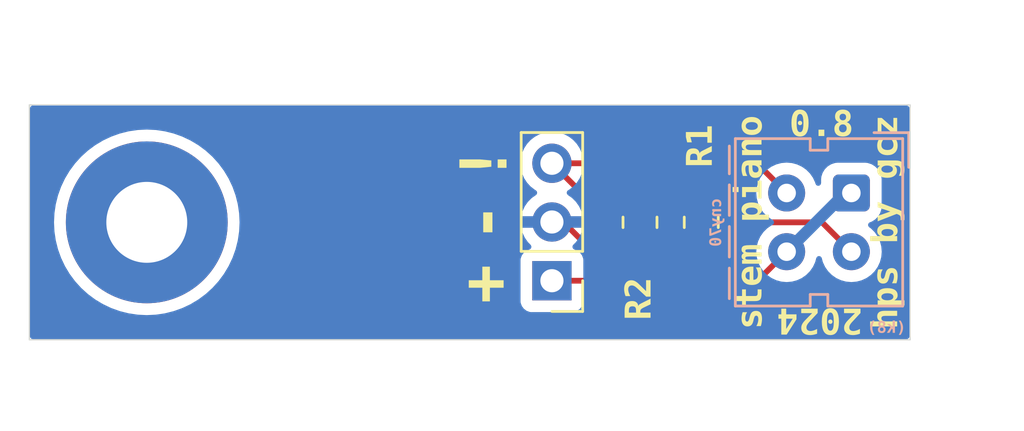
<source format=kicad_pcb>
(kicad_pcb (version 20240108) (generator "pcbnew") (generator_version "8.0")
  (layers (0 "F.Cu" signal) (31 "B.Cu" signal) (34 "B.Paste" user) (35 "F.Paste" user) (36 "B.SilkS" user "B.Silkscreen") (37 "F.SilkS" user "F.Silkscreen") (38 "B.Mask" user) (39 "F.Mask" user) (44 "Edge.Cuts" user))
  (net 0 "")
  (net 1 "GND")
  (net 2 "Net-(J0-Pin_1)")
  (net 3 "Net-(J0-Pin_3)")
  (net 4 "Net-(U1-K)")
  (footprint "Connector_PinHeader_2.54mm:PinHeader_1x03_P2.54mm_Vertical" (layer "F.Cu") (at 122.936 100.315 180)
    (property "Reference" "J0" (hide yes))
    (property "Value" "Conn_01x03_Pin")
    (fp_line (start 1.33 1.27) (end 1.33 6.41) (stroke (width 0.12)) (layer "F.SilkS"))
    (fp_line (start -1.33 6.41) (end 1.33 6.41) (stroke (width 0.12)) (layer "F.SilkS"))
    (fp_line (start -1.33 1.27) (end 1.33 1.27) (stroke (width 0.12)) (layer "F.SilkS"))
    (fp_line (start -1.33 1.27) (end -1.33 6.41) (stroke (width 0.12)) (layer "F.SilkS"))
    (fp_line (start -1.33 0) (end -1.33 -1.33) (stroke (width 0.12)) (layer "F.SilkS"))
    (fp_line (start -1.33 -1.33) (end 0 -1.33) (stroke (width 0.12)) (layer "F.SilkS"))
    (pad "1" thru_hole rect (at 0 0 180) (size 1.7 1.7) (drill 1) (layers "*.Cu" "*.Mask") (net 2 "Net-(J0-Pin_1)"))
    (pad "2" thru_hole oval (at 0 2.54 180) (size 1.7 1.7) (drill 1) (layers "*.Cu" "*.Mask") (net 1 "GND"))
    (pad "3" thru_hole oval (at 0 5.08 180) (size 1.7 1.7) (drill 1) (layers "*.Cu" "*.Mask") (net 3 "Net-(J0-Pin_3)"))
  )
  (footprint "MountingHole:MountingHole_3.5mm_Pad_TopBottom" (layer "F.Cu") (at 105.41 97.79)
    (property "Reference" "H0" (hide yes))
    (property "Value" "MountingHole" (hide yes))
    (pad "1" thru_hole circle (at 0 0) (size 3.9 3.9) (drill 3.5) (layers "*.Cu" "*.Mask"))
    (pad "1" connect circle (at 0 0) (size 7 7) (layers "F.Cu" "F.Mask"))
    (pad "1" connect circle (at 0 0) (size 7 7) (layers "B.Cu" "B.Mask"))
  )
  (footprint "stem_piano_footprints:R_0805_2012_1.20x1.40mm_medpad" (layer "F.Cu") (at 126.746 97.79 -90)
    (property "Reference" "R2" (at 3.302 0 90) (layer "F.SilkS") (effects (font (size 1.1 1.1) (thickness 0.2) (bold yes))))
    (property "Value" "Resistor" (hide yes))
    (fp_line (start -0.227064 0.735) (end 0.227064 0.735) (stroke (width 0.12)) (layer "F.SilkS"))
    (fp_line (start -0.227064 -0.735) (end 0.227064 -0.735) (stroke (width 0.12)) (layer "F.SilkS"))
    (pad "1" smd roundrect (at -1.2 0 270) (size 1.5 1.35) (layers "F.Cu" "F.Paste" "F.Mask") (roundrect_rratio 0.208) (net 3 "Net-(J0-Pin_3)"))
    (pad "2" smd roundrect (at 1.2 0 270) (size 1.5 1.35) (layers "F.Cu" "F.Paste" "F.Mask") (roundrect_rratio 0.208) (net 1 "GND"))
  )
  (footprint "stem_piano_footprints:R_0805_2012_1.20x1.40mm_medpad" (layer "F.Cu") (at 129.396 97.79 -90)
    (property "Reference" "R1" (at -3.302 0 90) (layer "F.SilkS") (effects (font (size 1.1 1.1) (thickness 0.2) (bold yes))))
    (property "Value" "Resistor" (hide yes))
    (fp_line (start -0.227064 0.735) (end 0.227064 0.735) (stroke (width 0.12)) (layer "F.SilkS"))
    (fp_line (start -0.227064 -0.735) (end 0.227064 -0.735) (stroke (width 0.12)) (layer "F.SilkS"))
    (pad "1" smd roundrect (at -1.2 0 270) (size 1.5 1.35) (layers "F.Cu" "F.Paste" "F.Mask") (roundrect_rratio 0.208) (net 4 "Net-(U1-K)"))
    (pad "2" smd roundrect (at 1.2 0 270) (size 1.5 1.35) (layers "F.Cu" "F.Paste" "F.Mask") (roundrect_rratio 0.208) (net 1 "GND"))
  )
  (footprint "stem_piano_footprints:Vishay_CNY70" (layer "B.Cu") (at 135.89 96.52 180)
    (property "Reference" "U1" (hide yes))
    (property "Value" "CNY70")
    (fp_line (start 5.28 -4.57) (end 5.28 2.03) (stroke (width 0.12) (type dash)) (layer "B.SilkS"))
    (fp_line (start 5.02 2.35) (end 5.02 -4.89) (stroke (width 0.12)) (layer "B.SilkS"))
    (fp_line (start 5.02 2.35) (end 1.78 2.35) (stroke (width 0.12)) (layer "B.SilkS"))
    (fp_line (start 5.02 -4.89) (end 1.78 -4.89) (stroke (width 0.12)) (layer "B.SilkS"))
    (fp_line (start 1.78 2.35) (end 1.78 1.85) (stroke (width 0.12)) (layer "B.SilkS"))
    (fp_line (start 1.78 1.85) (end 1.02 1.85) (stroke (width 0.12)) (layer "B.SilkS"))
    (fp_line (start 1.78 -4.39) (end 1.78 -4.89) (stroke (width 0.12)) (layer "B.SilkS"))
    (fp_line (start 1.02 1.85) (end 1.02 2.35) (stroke (width 0.12)) (layer "B.SilkS"))
    (fp_line (start 1.02 -4.39) (end 1.78 -4.39) (stroke (width 0.12)) (layer "B.SilkS"))
    (fp_line (start 1.02 -4.89) (end 1.02 -4.39) (stroke (width 0.12)) (layer "B.SilkS"))
    (fp_line (start -0.98 2.61) (end -2.48 2.61) (stroke (width 0.12)) (layer "B.SilkS"))
    (fp_line (start -2.22 2.35) (end 1.02 2.35) (stroke (width 0.12)) (layer "B.SilkS"))
    (fp_line (start -2.22 -4.89) (end 1.02 -4.89) (stroke (width 0.12)) (layer "B.SilkS"))
    (fp_line (start -2.22 -4.89) (end -2.22 2.35) (stroke (width 0.12)) (layer "B.SilkS"))
    (fp_line (start -2.48 1.11) (end -2.48 2.61) (stroke (width 0.12)) (layer "B.SilkS"))
    (pad "1" thru_hole roundrect (at 0 0 180) (size 1.6 1.6) (drill 0.8) (layers "*.Cu" "*.Mask") (roundrect_rratio 0.156) (net 2 "Net-(J0-Pin_1)"))
    (pad "2" thru_hole circle (at 0 -2.54 180) (size 1.6 1.6) (drill 0.8) (layers "*.Cu" "*.Mask") (net 4 "Net-(U1-K)"))
    (pad "3" thru_hole circle (at 2.8 -2.54 180) (size 1.6 1.6) (drill 0.8) (layers "*.Cu" "*.Mask") (net 2 "Net-(J0-Pin_1)"))
    (pad "4" thru_hole circle (at 2.8 0 180) (size 1.6 1.6) (drill 0.8) (layers "*.Cu" "*.Mask") (net 3 "Net-(J0-Pin_3)"))
  )
  (gr_line (start 100.33 102.87) (end 138.43 102.87) (stroke (width 0.05)) (layer "Edge.Cuts"))
  (gr_line (start 138.43 92.71) (end 100.33 92.71) (stroke (width 0.05)) (layer "Edge.Cuts"))
  (gr_line (start 100.33 92.71) (end 100.33 102.87) (stroke (width 0.05)) (layer "Edge.Cuts"))
  (gr_line (start 138.43 92.71) (end 138.43 102.87) (stroke (width 0.05)) (layer "Edge.Cuts"))
  (gr_text "(k8)" (at 137.414 102.362 0) (layer "B.SilkS") (effects (font (size 0.5 0.5) (thickness 0.125) (bold yes)) (justify mirror)))
  (gr_text "cny70" (at 130.048 97.79 90) (layer "B.SilkS") (effects (font (size 0.5 0.5) (thickness 0.125) (bold yes)) (justify mirror)))
  (gr_text "0.8" (at 134.5946 93.599 0) (layer "F.SilkS") (effects (font (size 1.1 1.1) (thickness 0.2) (bold yes))))
  (gr_text "-" (at 120.142 97.79 90) (layer "F.SilkS") (effects (font (size 2 2) (thickness 0.4) (bold yes))))
  (gr_text "!" (at 120.142 95.25 90) (layer "F.SilkS") (effects (font (size 2 2) (thickness 0.4) (bold yes))))
  (gr_text "stem piano" (at 131.5466 97.79 90) (layer "F.SilkS") (effects (font (size 1.1 1.1) (thickness 0.2) (bold yes))))
  (gr_text "2024" (at 134.5184 101.981 180) (layer "F.SilkS") (effects (font (size 1.1 1.1) (thickness 0.2) (bold yes))))
  (gr_text "hps by gcz" (at 137.414 97.79 90) (layer "F.SilkS") (effects (font (size 1.1 1.1) (thickness 0.2) (bold yes))))
  (gr_text "+" (at 120.142 100.457 90) (layer "F.SilkS") (effects (font (size 2 2) (thickness 0.4) (bold yes))))
  (segment (start 129.396 98.99) (end 126.746 98.99) (width 0.25) (layer "F.Cu") (net 1))
  (segment (start 123.429 97.775) (end 122.936 97.775) (width 0.25) (layer "F.Cu") (net 1))
  (segment (start 124.644 98.99) (end 126.746 98.99) (width 0.25) (layer "F.Cu") (net 1))
  (segment (start 124.644 98.99) (end 123.429 97.775) (width 0.25) (layer "F.Cu") (net 1))
  (segment (start 133.09 99.06) (end 130.55 101.6) (width 0.25) (layer "F.Cu") (net 2))
  (segment (start 124.953 100.315) (end 122.936 100.315) (width 0.25) (layer "F.Cu") (net 2))
  (segment (start 126.238 101.6) (end 124.953 100.315) (width 0.25) (layer "F.Cu") (net 2))
  (segment (start 130.55 101.6) (end 126.238 101.6) (width 0.25) (layer "F.Cu") (net 2))
  (segment (start 135.89 96.52) (end 135.63 96.52) (width 0.25) (layer "B.Cu") (net 2))
  (segment (start 135.63 96.52) (end 133.09 99.06) (width 0.5) (layer "B.Cu") (net 2))
  (segment (start 124.475 96.774) (end 122.936 95.235) (width 0.25) (layer "F.Cu") (net 3))
  (segment (start 126.562 96.774) (end 126.746 96.59) (width 0.25) (layer "F.Cu") (net 3))
  (segment (start 124.983 95.235) (end 126.238 93.98) (width 0.25) (layer "F.Cu") (net 3))
  (segment (start 130.55 93.98) (end 133.09 96.52) (width 0.25) (layer "F.Cu") (net 3))
  (segment (start 122.936 95.235) (end 124.983 95.235) (width 0.25) (layer "F.Cu") (net 3))
  (segment (start 126.238 93.98) (end 130.55 93.98) (width 0.25) (layer "F.Cu") (net 3))
  (segment (start 124.475 96.774) (end 126.562 96.774) (width 0.25) (layer "F.Cu") (net 3))
  (segment (start 129.396 96.63) (end 129.396 96.59) (width 0.25) (layer "F.Cu") (net 4))
  (segment (start 134.62 97.79) (end 130.556 97.79) (width 0.25) (layer "F.Cu") (net 4))
  (segment (start 130.556 97.79) (end 129.396 96.63) (width 0.25) (layer "F.Cu") (net 4))
  (segment (start 135.89 99.06) (end 134.62 97.79) (width 0.25) (layer "F.Cu") (net 4))
  (zone (net 1) (net_name "GND") (layer "B.Cu") (connect_pads (clearance 0.508)) (min_thickness 0.25) (fill yes (thermal_gap 0.5) (thermal_bridge_width 0.5))
    (polygon (pts (xy 99.06 91.44) (xy 139.7 91.44) (xy 139.7 104.14) (xy 99.06 104.14)))
  )
)
</source>
